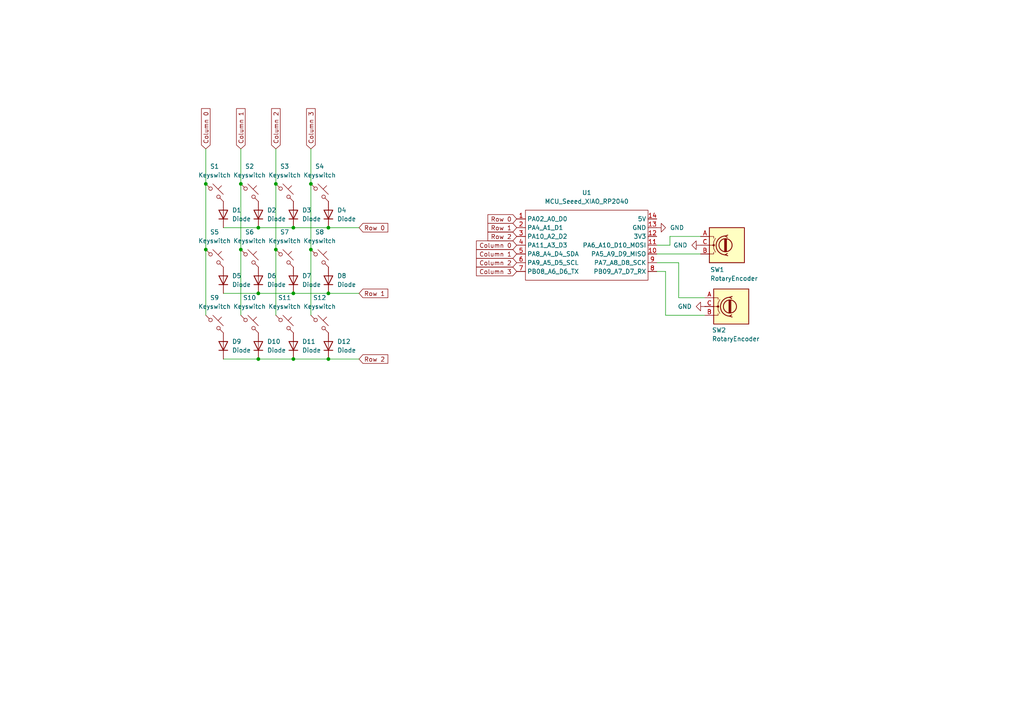
<source format=kicad_sch>
(kicad_sch (version 20231120) (generator "eeschema") (generator_version "8.0")
  (paper "A4")
  (lib_symbols
    (symbol "Device:RotaryEncoder" (pin_names (offset 0.254) hide)
      (property "Reference" "SW" (at 0 6.604 0))
      (property "Value" "RotaryEncoder" (at 0 -6.604 0))
      (symbol "RotaryEncoder_0_1"
        (rectangle (start -5.08 5.08) (end 5.08 -5.08) (stroke (width 0.254)) (fill (type background)))
        (circle (center -3.81 0) (radius 0.254) (fill (type outline)))
        (circle (center -0.381 0) (radius 1.905) (stroke (width 0.254)))
        (arc (start -0.381 2.667) (mid -3.0988 -0.0635) (end -0.381 -2.794) (stroke (width 0.254)))
        (polyline (pts (xy -0.635 -1.778) (xy -0.635 1.778)) (stroke (width 0.254)))
        (polyline (pts (xy -0.381 -1.778) (xy -0.381 1.778)) (stroke (width 0.254)))
        (polyline (pts (xy -0.127 1.778) (xy -0.127 -1.778)) (stroke (width 0.254)))
        (polyline (pts (xy -5.08 -2.54) (xy -3.81 -2.54) (xy -3.81 -2.032)))
        (polyline (pts (xy -5.08 2.54) (xy -3.81 2.54) (xy -3.81 2.032)))
        (polyline (pts (xy 0.254 -3.048) (xy -0.508 -2.794) (xy 0.127 -2.413)) (stroke (width 0.254)))
        (polyline (pts (xy 0.254 2.921) (xy -0.508 2.667) (xy 0.127 2.286)) (stroke (width 0.254)))
        (polyline (pts (xy -5.08 0) (xy -3.81 0) (xy -3.81 -1.016) (xy -3.302 -2.032)))
        (polyline (pts (xy -4.318 0) (xy -3.81 0) (xy -3.81 1.016) (xy -3.302 2.032)))
      )
      (symbol "RotaryEncoder_1_1"
        (pin passive line (at -7.62 2.54 0) (length 2.54) (name "A") (number "A"))
        (pin passive line (at -7.62 -2.54 0) (length 2.54) (name "B") (number "B"))
        (pin passive line (at -7.62 0 0) (length 2.54) (name "C") (number "C"))
      )
    )
    (symbol "ScottoKeebs:MCU_Seeed_XIAO_RP2040"
      (property "Reference" "U" (at -16.51 11.43 0))
      (property "Value" "MCU_Seeed_XIAO_RP2040" (at -3.81 -11.43 0))
      (symbol "MCU_Seeed_XIAO_RP2040_0_1"
        (rectangle (start -16.51 10.16) (end 19.05 -10.16))
      )
      (symbol "MCU_Seeed_XIAO_RP2040_1_1"
        (pin passive line (at -19.05 7.62 0) (length 2.54) (name "PA02_A0_D0") (number "1"))
        (pin passive line (at 21.59 -2.54 180) (length 2.54) (name "PA5_A9_D9_MISO") (number "10"))
        (pin passive line (at 21.59 0 180) (length 2.54) (name "PA6_A10_D10_MOSI") (number "11"))
        (pin passive line (at 21.59 2.54 180) (length 2.54) (name "3V3") (number "12"))
        (pin passive line (at 21.59 5.08 180) (length 2.54) (name "GND") (number "13"))
        (pin passive line (at 21.59 7.62 180) (length 2.54) (name "5V") (number "14"))
        (pin passive line (at -19.05 5.08 0) (length 2.54) (name "PA4_A1_D1") (number "2"))
        (pin passive line (at -19.05 2.54 0) (length 2.54) (name "PA10_A2_D2") (number "3"))
        (pin passive line (at -19.05 0 0) (length 2.54) (name "PA11_A3_D3") (number "4"))
        (pin passive line (at -19.05 -2.54 0) (length 2.54) (name "PA8_A4_D4_SDA") (number "5"))
        (pin passive line (at -19.05 -5.08 0) (length 2.54) (name "PA9_A5_D5_SCL") (number "6"))
        (pin passive line (at -19.05 -7.62 0) (length 2.54) (name "PB08_A6_D6_TX") (number "7"))
        (pin passive line (at 21.59 -7.62 180) (length 2.54) (name "PB09_A7_D7_RX") (number "8"))
        (pin passive line (at 21.59 -5.08 180) (length 2.54) (name "PA7_A8_D8_SCK") (number "9"))
      )
    )
    (symbol "ScottoKeebs:Placeholder_Diode" (pin_numbers hide) (pin_names hide)
      (property "Reference" "D" (at 0 2.54 0))
      (property "Value" "Diode" (at 0 -2.54 0))
      (symbol "Placeholder_Diode_0_1"
        (polyline (pts (xy -1.27 1.27) (xy -1.27 -1.27)) (stroke (width 0.254)))
        (polyline (pts (xy 1.27 0) (xy -1.27 0)))
        (polyline (pts (xy 1.27 1.27) (xy 1.27 -1.27) (xy -1.27 0) (xy 1.27 1.27)) (stroke (width 0.254)))
      )
      (symbol "Placeholder_Diode_1_1"
        (pin passive line (at -3.81 0 0) (length 2.54) (name "K") (number "1"))
        (pin passive line (at 3.81 0 180) (length 2.54) (name "A") (number "2"))
      )
    )
    (symbol "ScottoKeebs:Placeholder_Keyswitch" (pin_numbers hide) (pin_names (offset 1.016) hide)
      (property "Reference" "S" (at 3.048 1.016 0))
      (property "Value" "Keyswitch" (at 0 -3.81 0))
      (symbol "Placeholder_Keyswitch_0_1"
        (circle (center -1.1684 1.1684) (radius 0.508))
        (polyline (pts (xy -0.508 2.54) (xy 2.54 -0.508)))
        (polyline (pts (xy 1.016 1.016) (xy 2.032 2.032)))
        (polyline (pts (xy -2.54 2.54) (xy -1.524 1.524) (xy -1.524 1.524)))
        (polyline (pts (xy 1.524 -1.524) (xy 2.54 -2.54) (xy 2.54 -2.54) (xy 2.54 -2.54)))
        (circle (center 1.143 -1.1938) (radius 0.508))
        (pin passive line (at -2.54 2.54 0) (length 0) (name "1") (number "1"))
        (pin passive line (at 2.54 -2.54 180) (length 0) (name "2") (number "2"))
      )
    )
    (symbol "power:GND" (power) (pin_numbers hide) (pin_names (offset 0) hide)
      (property "Value" "GND" (at 0 -3.81 0))
      (symbol "GND_0_1"
        (polyline (pts (xy 0 0) (xy 0 -1.27) (xy 1.27 -1.27) (xy 0 -2.54) (xy -1.27 -1.27) (xy 0 -1.27)))
      )
      (symbol "GND_1_1"
        (pin power_in line (at 0 0 270) (length 0) (name "~") (number "1"))
      )
    )
  )
  (junction (at 80.01 53.34))
  (junction (at 90.17 72.39))
  (junction (at 74.93 66.04))
  (junction (at 74.93 85.09))
  (junction (at 59.69 72.39))
  (junction (at 85.09 104.14))
  (junction (at 95.25 66.04))
  (junction (at 74.93 104.14))
  (junction (at 95.25 104.14))
  (junction (at 95.25 85.09))
  (junction (at 59.69 53.34))
  (junction (at 80.01 72.39))
  (junction (at 85.09 85.09))
  (junction (at 85.09 66.04))
  (junction (at 69.85 72.39))
  (junction (at 90.17 53.34))
  (junction (at 69.85 53.34))
  (wire (pts (xy 74.93 85.09) (xy 85.09 85.09)))
  (wire (pts (xy 74.93 104.14) (xy 85.09 104.14)))
  (wire (pts (xy 90.17 43.18) (xy 90.17 53.34)))
  (wire (pts (xy 80.01 53.34) (xy 80.01 72.39)))
  (wire (pts (xy 196.85 86.36) (xy 196.85 76.2)))
  (wire (pts (xy 59.69 72.39) (xy 59.69 91.44)))
  (wire (pts (xy 80.01 72.39) (xy 80.01 91.44)))
  (wire (pts (xy 69.85 53.34) (xy 69.85 72.39)))
  (wire (pts (xy 85.09 85.09) (xy 95.25 85.09)))
  (wire (pts (xy 104.14 104.14) (xy 95.25 104.14)))
  (wire (pts (xy 85.09 66.04) (xy 95.25 66.04)))
  (wire (pts (xy 194.31 68.58) (xy 194.31 71.12)))
  (wire (pts (xy 69.85 72.39) (xy 69.85 91.44)))
  (wire (pts (xy 74.93 66.04) (xy 85.09 66.04)))
  (wire (pts (xy 193.04 91.44) (xy 193.04 78.74)))
  (wire (pts (xy 204.47 91.44) (xy 193.04 91.44)))
  (wire (pts (xy 59.69 43.18) (xy 59.69 53.34)))
  (wire (pts (xy 90.17 72.39) (xy 90.17 91.44)))
  (wire (pts (xy 194.31 71.12) (xy 190.5 71.12)))
  (wire (pts (xy 80.01 43.18) (xy 80.01 53.34)))
  (wire (pts (xy 69.85 43.18) (xy 69.85 53.34)))
  (wire (pts (xy 85.09 104.14) (xy 95.25 104.14)))
  (wire (pts (xy 64.77 66.04) (xy 74.93 66.04)))
  (wire (pts (xy 190.5 73.66) (xy 203.2 73.66)))
  (wire (pts (xy 104.14 85.09) (xy 95.25 85.09)))
  (wire (pts (xy 64.77 104.14) (xy 74.93 104.14)))
  (wire (pts (xy 64.77 85.09) (xy 74.93 85.09)))
  (wire (pts (xy 193.04 78.74) (xy 190.5 78.74)))
  (wire (pts (xy 59.69 53.34) (xy 59.69 72.39)))
  (wire (pts (xy 104.14 66.04) (xy 95.25 66.04)))
  (wire (pts (xy 203.2 68.58) (xy 194.31 68.58)))
  (wire (pts (xy 90.17 53.34) (xy 90.17 72.39)))
  (wire (pts (xy 196.85 76.2) (xy 190.5 76.2)))
  (wire (pts (xy 204.47 86.36) (xy 196.85 86.36)))
  (global_label "Column 3" (shape input) (at 149.86 78.74 180) (property "Intersheetrefs" "${INTERSHEET_REFS}" (effects (hide yes))))
  (global_label "Row 0" (shape input) (at 104.14 66.04 0) (property "Intersheetrefs" "${INTERSHEET_REFS}" (effects (hide yes))))
  (global_label "Row 2" (shape input) (at 104.14 104.14 0) (property "Intersheetrefs" "${INTERSHEET_REFS}" (effects (hide yes))))
  (global_label "Row 1" (shape input) (at 104.14 85.09 0) (property "Intersheetrefs" "${INTERSHEET_REFS}" (effects (hide yes))))
  (global_label "Column 0" (shape input) (at 59.69 43.18 90) (property "Intersheetrefs" "${INTERSHEET_REFS}" (effects (hide yes))))
  (global_label "Column 1" (shape input) (at 149.86 73.66 180) (property "Intersheetrefs" "${INTERSHEET_REFS}" (effects (hide yes))))
  (global_label "Row 2" (shape input) (at 149.86 68.58 180) (property "Intersheetrefs" "${INTERSHEET_REFS}" (effects (hide yes))))
  (global_label "Column 2" (shape input) (at 80.01 43.18 90) (property "Intersheetrefs" "${INTERSHEET_REFS}" (effects (hide yes))))
  (global_label "Column 1" (shape input) (at 69.85 43.18 90) (property "Intersheetrefs" "${INTERSHEET_REFS}" (effects (hide yes))))
  (global_label "Column 0" (shape input) (at 149.86 71.12 180) (property "Intersheetrefs" "${INTERSHEET_REFS}" (effects (hide yes))))
  (global_label "Row 1" (shape input) (at 149.86 66.04 180) (property "Intersheetrefs" "${INTERSHEET_REFS}" (effects (hide yes))))
  (global_label "Column 3" (shape input) (at 90.17 43.18 90) (property "Intersheetrefs" "${INTERSHEET_REFS}" (effects (hide yes))))
  (global_label "Row 0" (shape input) (at 149.86 63.5 180) (property "Intersheetrefs" "${INTERSHEET_REFS}" (effects (hide yes))))
  (global_label "Column 2" (shape input) (at 149.86 76.2 180) (property "Intersheetrefs" "${INTERSHEET_REFS}" (effects (hide yes))))
  (symbol (lib_id "ScottoKeebs:Placeholder_Diode") (at 85.09 100.33 90) (unit 1)
    (property "Reference" "D11" (at 87.63 99.0599 90) (effects (justify right)))
    (property "Value" "Diode" (at 87.63 101.5999 90) (effects (justify right)))
    (property "Footprint" "ScottoKeebs_Components:Diode_DO-35" (effects (hide yes)))
    (property "Description" "1N4148 (DO-35) or 1N4148W (SOD-123)" (effects (hide yes)))
    (property "Sim.Device" "D" (effects (hide yes)))
    (property "Sim.Pins" "1=K 2=A" (effects (hide yes)))
  )
  (symbol (lib_id "ScottoKeebs:Placeholder_Diode") (at 74.93 62.23 90) (unit 1)
    (property "Reference" "D2" (at 77.47 60.9599 90) (effects (justify right)))
    (property "Value" "Diode" (at 77.47 63.4999 90) (effects (justify right)))
    (property "Footprint" "ScottoKeebs_Components:Diode_DO-35" (effects (hide yes)))
    (property "Description" "1N4148 (DO-35) or 1N4148W (SOD-123)" (effects (hide yes)))
    (property "Sim.Device" "D" (effects (hide yes)))
    (property "Sim.Pins" "1=K 2=A" (effects (hide yes)))
  )
  (symbol (lib_id "ScottoKeebs:Placeholder_Keyswitch") (at 62.23 55.88 0) (unit 1)
    (property "Reference" "S1" (at 62.23 48.26 0))
    (property "Value" "Keyswitch" (at 62.23 50.8 0))
    (property "Footprint" "ScottoKeebs_MX:MX_PCB_1.00u" (effects (hide yes)))
    (property "Description" "Push button switch, normally open, two pins, 45° tilted" (effects (hide yes)))
  )
  (symbol (lib_id "ScottoKeebs:Placeholder_Diode") (at 85.09 62.23 90) (unit 1)
    (property "Reference" "D3" (at 87.63 60.9599 90) (effects (justify right)))
    (property "Value" "Diode" (at 87.63 63.4999 90) (effects (justify right)))
    (property "Footprint" "ScottoKeebs_Components:Diode_DO-35" (effects (hide yes)))
    (property "Description" "1N4148 (DO-35) or 1N4148W (SOD-123)" (effects (hide yes)))
    (property "Sim.Device" "D" (effects (hide yes)))
    (property "Sim.Pins" "1=K 2=A" (effects (hide yes)))
  )
  (symbol (lib_id "ScottoKeebs:Placeholder_Keyswitch") (at 82.55 93.98 0) (unit 1)
    (property "Reference" "S11" (at 82.55 86.36 0))
    (property "Value" "Keyswitch" (at 82.55 88.9 0))
    (property "Footprint" "ScottoKeebs_MX:MX_PCB_1.00u" (effects (hide yes)))
    (property "Description" "Push button switch, normally open, two pins, 45° tilted" (effects (hide yes)))
  )
  (symbol (lib_id "ScottoKeebs:Placeholder_Keyswitch") (at 92.71 93.98 0) (unit 1)
    (property "Reference" "S12" (at 92.71 86.36 0))
    (property "Value" "Keyswitch" (at 92.71 88.9 0))
    (property "Footprint" "ScottoKeebs_MX:MX_PCB_1.00u" (effects (hide yes)))
    (property "Description" "Push button switch, normally open, two pins, 45° tilted" (effects (hide yes)))
  )
  (symbol (lib_id "power:GND") (at 203.2 71.12 270) (unit 1)
    (property "Reference" "#PWR02" (effects (hide yes)))
    (property "Value" "GND" (at 199.39 71.1199 90) (effects (justify right)))
    (property "Description" "Power symbol creates a global label with name \"GND\" , ground" (effects (hide yes)))
  )
  (symbol (lib_id "ScottoKeebs:Placeholder_Keyswitch") (at 72.39 55.88 0) (unit 1)
    (property "Reference" "S2" (at 72.39 48.26 0))
    (property "Value" "Keyswitch" (at 72.39 50.8 0))
    (property "Footprint" "ScottoKeebs_MX:MX_PCB_1.00u" (effects (hide yes)))
    (property "Description" "Push button switch, normally open, two pins, 45° tilted" (effects (hide yes)))
  )
  (symbol (lib_id "ScottoKeebs:Placeholder_Keyswitch") (at 72.39 93.98 0) (unit 1)
    (property "Reference" "S10" (at 72.39 86.36 0))
    (property "Value" "Keyswitch" (at 72.39 88.9 0))
    (property "Footprint" "ScottoKeebs_MX:MX_PCB_1.00u" (effects (hide yes)))
    (property "Description" "Push button switch, normally open, two pins, 45° tilted" (effects (hide yes)))
  )
  (symbol (lib_id "ScottoKeebs:Placeholder_Keyswitch") (at 62.23 93.98 0) (unit 1)
    (property "Reference" "S9" (at 62.23 86.36 0))
    (property "Value" "Keyswitch" (at 62.23 88.9 0))
    (property "Footprint" "ScottoKeebs_MX:MX_PCB_1.00u" (effects (hide yes)))
    (property "Description" "Push button switch, normally open, two pins, 45° tilted" (effects (hide yes)))
  )
  (symbol (lib_id "ScottoKeebs:Placeholder_Keyswitch") (at 92.71 74.93 0) (unit 1)
    (property "Reference" "S8" (at 92.71 67.31 0))
    (property "Value" "Keyswitch" (at 92.71 69.85 0))
    (property "Footprint" "ScottoKeebs_MX:MX_PCB_1.00u" (effects (hide yes)))
    (property "Description" "Push button switch, normally open, two pins, 45° tilted" (effects (hide yes)))
  )
  (symbol (lib_id "power:GND") (at 204.47 88.9 270) (unit 1)
    (property "Reference" "#PWR03" (effects (hide yes)))
    (property "Value" "GND" (at 200.66 88.8999 90) (effects (justify right)))
    (property "Description" "Power symbol creates a global label with name \"GND\" , ground" (effects (hide yes)))
  )
  (symbol (lib_id "ScottoKeebs:Placeholder_Diode") (at 95.25 62.23 90) (unit 1)
    (property "Reference" "D4" (at 97.79 60.9599 90) (effects (justify right)))
    (property "Value" "Diode" (at 97.79 63.4999 90) (effects (justify right)))
    (property "Footprint" "ScottoKeebs_Components:Diode_DO-35" (effects (hide yes)))
    (property "Description" "1N4148 (DO-35) or 1N4148W (SOD-123)" (effects (hide yes)))
    (property "Sim.Device" "D" (effects (hide yes)))
    (property "Sim.Pins" "1=K 2=A" (effects (hide yes)))
  )
  (symbol (lib_id "ScottoKeebs:Placeholder_Diode") (at 64.77 81.28 90) (unit 1)
    (property "Reference" "D5" (at 67.31 80.0099 90) (effects (justify right)))
    (property "Value" "Diode" (at 67.31 82.5499 90) (effects (justify right)))
    (property "Footprint" "ScottoKeebs_Components:Diode_DO-35" (effects (hide yes)))
    (property "Description" "1N4148 (DO-35) or 1N4148W (SOD-123)" (effects (hide yes)))
    (property "Sim.Device" "D" (effects (hide yes)))
    (property "Sim.Pins" "1=K 2=A" (effects (hide yes)))
  )
  (symbol (lib_id "ScottoKeebs:Placeholder_Diode") (at 64.77 62.23 90) (unit 1)
    (property "Reference" "D1" (at 67.31 60.9599 90) (effects (justify right)))
    (property "Value" "Diode" (at 67.31 63.4999 90) (effects (justify right)))
    (property "Footprint" "ScottoKeebs_Components:Diode_DO-35" (effects (hide yes)))
    (property "Description" "1N4148 (DO-35) or 1N4148W (SOD-123)" (effects (hide yes)))
    (property "Sim.Device" "D" (effects (hide yes)))
    (property "Sim.Pins" "1=K 2=A" (effects (hide yes)))
  )
  (symbol (lib_id "ScottoKeebs:Placeholder_Keyswitch") (at 62.23 74.93 0) (unit 1)
    (property "Reference" "S5" (at 62.23 67.31 0))
    (property "Value" "Keyswitch" (at 62.23 69.85 0))
    (property "Footprint" "ScottoKeebs_MX:MX_PCB_1.00u" (effects (hide yes)))
    (property "Description" "Push button switch, normally open, two pins, 45° tilted" (effects (hide yes)))
  )
  (symbol (lib_id "ScottoKeebs:Placeholder_Diode") (at 95.25 81.28 90) (unit 1)
    (property "Reference" "D8" (at 97.79 80.0099 90) (effects (justify right)))
    (property "Value" "Diode" (at 97.79 82.5499 90) (effects (justify right)))
    (property "Footprint" "ScottoKeebs_Components:Diode_DO-35" (effects (hide yes)))
    (property "Description" "1N4148 (DO-35) or 1N4148W (SOD-123)" (effects (hide yes)))
    (property "Sim.Device" "D" (effects (hide yes)))
    (property "Sim.Pins" "1=K 2=A" (effects (hide yes)))
  )
  (symbol (lib_id "ScottoKeebs:Placeholder_Diode") (at 95.25 100.33 90) (unit 1)
    (property "Reference" "D12" (at 97.79 99.0599 90) (effects (justify right)))
    (property "Value" "Diode" (at 97.79 101.5999 90) (effects (justify right)))
    (property "Footprint" "ScottoKeebs_Components:Diode_DO-35" (effects (hide yes)))
    (property "Description" "1N4148 (DO-35) or 1N4148W (SOD-123)" (effects (hide yes)))
    (property "Sim.Device" "D" (effects (hide yes)))
    (property "Sim.Pins" "1=K 2=A" (effects (hide yes)))
  )
  (symbol (lib_id "Device:RotaryEncoder") (at 212.09 88.9 0) (unit 1)
    (property "Reference" "SW2" (at 206.502 95.758 0) (effects (justify left)))
    (property "Value" "RotaryEncoder" (at 206.502 98.298 0) (effects (justify left)))
    (property "Footprint" "ScottoKeebs_Scotto:Encoder_EC11_MX" (effects (hide yes)))
    (property "Description" "Rotary encoder, dual channel, incremental quadrate outputs" (effects (hide yes)))
  )
  (symbol (lib_id "ScottoKeebs:Placeholder_Diode") (at 85.09 81.28 90) (unit 1)
    (property "Reference" "D7" (at 87.63 80.0099 90) (effects (justify right)))
    (property "Value" "Diode" (at 87.63 82.5499 90) (effects (justify right)))
    (property "Footprint" "ScottoKeebs_Components:Diode_DO-35" (effects (hide yes)))
    (property "Description" "1N4148 (DO-35) or 1N4148W (SOD-123)" (effects (hide yes)))
    (property "Sim.Device" "D" (effects (hide yes)))
    (property "Sim.Pins" "1=K 2=A" (effects (hide yes)))
  )
  (symbol (lib_id "ScottoKeebs:Placeholder_Keyswitch") (at 82.55 74.93 0) (unit 1)
    (property "Reference" "S7" (at 82.55 67.31 0))
    (property "Value" "Keyswitch" (at 82.55 69.85 0))
    (property "Footprint" "ScottoKeebs_MX:MX_PCB_1.00u" (effects (hide yes)))
    (property "Description" "Push button switch, normally open, two pins, 45° tilted" (effects (hide yes)))
  )
  (symbol (lib_id "ScottoKeebs:Placeholder_Keyswitch") (at 72.39 74.93 0) (unit 1)
    (property "Reference" "S6" (at 72.39 67.31 0))
    (property "Value" "Keyswitch" (at 72.39 69.85 0))
    (property "Footprint" "ScottoKeebs_MX:MX_PCB_1.00u" (effects (hide yes)))
    (property "Description" "Push button switch, normally open, two pins, 45° tilted" (effects (hide yes)))
  )
  (symbol (lib_id "ScottoKeebs:Placeholder_Diode") (at 64.77 100.33 90) (unit 1)
    (property "Reference" "D9" (at 67.31 99.0599 90) (effects (justify right)))
    (property "Value" "Diode" (at 67.31 101.5999 90) (effects (justify right)))
    (property "Footprint" "ScottoKeebs_Components:Diode_DO-35" (effects (hide yes)))
    (property "Description" "1N4148 (DO-35) or 1N4148W (SOD-123)" (effects (hide yes)))
    (property "Sim.Device" "D" (effects (hide yes)))
    (property "Sim.Pins" "1=K 2=A" (effects (hide yes)))
  )
  (symbol (lib_id "ScottoKeebs:Placeholder_Diode") (at 74.93 81.28 90) (unit 1)
    (property "Reference" "D6" (at 77.47 80.0099 90) (effects (justify right)))
    (property "Value" "Diode" (at 77.47 82.5499 90) (effects (justify right)))
    (property "Footprint" "ScottoKeebs_Components:Diode_DO-35" (effects (hide yes)))
    (property "Description" "1N4148 (DO-35) or 1N4148W (SOD-123)" (effects (hide yes)))
    (property "Sim.Device" "D" (effects (hide yes)))
    (property "Sim.Pins" "1=K 2=A" (effects (hide yes)))
  )
  (symbol (lib_id "Device:RotaryEncoder") (at 210.82 71.12 0) (unit 1)
    (property "Reference" "SW1" (at 205.994 78.232 0) (effects (justify left)))
    (property "Value" "RotaryEncoder" (at 205.994 80.772 0) (effects (justify left)))
    (property "Footprint" "ScottoKeebs_Scotto:Encoder_EC11_MX" (effects (hide yes)))
    (property "Description" "Rotary encoder, dual channel, incremental quadrate outputs" (effects (hide yes)))
  )
  (symbol (lib_id "power:GND") (at 190.5 66.04 90) (unit 1)
    (property "Reference" "#PWR01" (effects (hide yes)))
    (property "Value" "GND" (at 194.31 66.0399 90) (effects (justify right)))
    (property "Description" "Power symbol creates a global label with name \"GND\" , ground" (effects (hide yes)))
  )
  (symbol (lib_id "ScottoKeebs:Placeholder_Keyswitch") (at 82.55 55.88 0) (unit 1)
    (property "Reference" "S3" (at 82.55 48.26 0))
    (property "Value" "Keyswitch" (at 82.55 50.8 0))
    (property "Footprint" "ScottoKeebs_MX:MX_PCB_1.00u" (effects (hide yes)))
    (property "Description" "Push button switch, normally open, two pins, 45° tilted" (effects (hide yes)))
  )
  (symbol (lib_id "ScottoKeebs:Placeholder_Diode") (at 74.93 100.33 90) (unit 1)
    (property "Reference" "D10" (at 77.47 99.0599 90) (effects (justify right)))
    (property "Value" "Diode" (at 77.47 101.5999 90) (effects (justify right)))
    (property "Footprint" "ScottoKeebs_Components:Diode_DO-35" (effects (hide yes)))
    (property "Description" "1N4148 (DO-35) or 1N4148W (SOD-123)" (effects (hide yes)))
    (property "Sim.Device" "D" (effects (hide yes)))
    (property "Sim.Pins" "1=K 2=A" (effects (hide yes)))
  )
  (symbol (lib_id "ScottoKeebs:Placeholder_Keyswitch") (at 92.71 55.88 0) (unit 1)
    (property "Reference" "S4" (at 92.71 48.26 0))
    (property "Value" "Keyswitch" (at 92.71 50.8 0))
    (property "Footprint" "ScottoKeebs_MX:MX_PCB_1.00u" (effects (hide yes)))
    (property "Description" "Push button switch, normally open, two pins, 45° tilted" (effects (hide yes)))
  )
  (symbol (lib_id "ScottoKeebs:MCU_Seeed_XIAO_RP2040") (at 168.91 71.12 0) (unit 1)
    (property "Reference" "U1" (at 170.18 55.88 0))
    (property "Value" "MCU_Seeed_XIAO_RP2040" (at 170.18 58.42 0))
    (property "Footprint" "ScottoKeebs_MCU:Seeed_XIAO_RP2040" (effects (hide yes)))
  )
)
</source>
